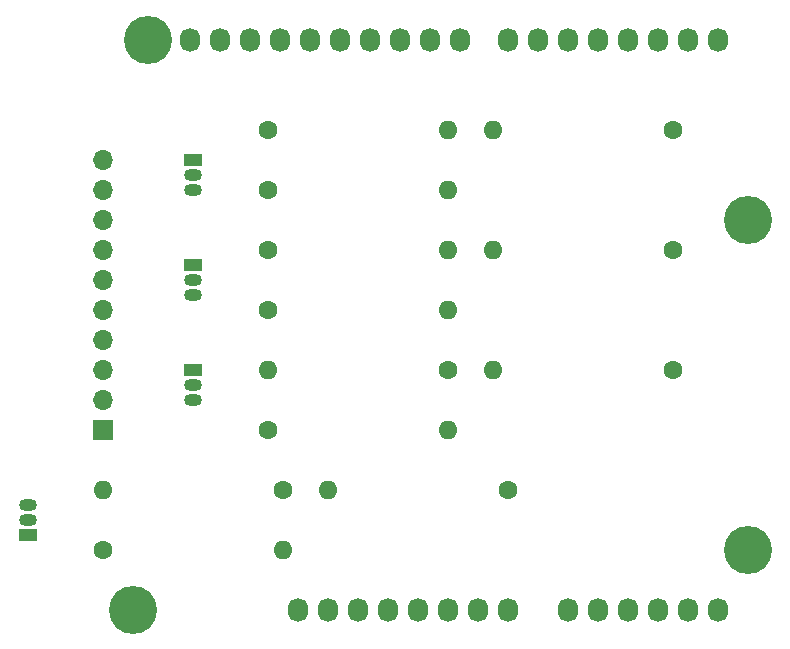
<source format=gbr>
G04 #@! TF.GenerationSoftware,KiCad,Pcbnew,(5.1.2)-1*
G04 #@! TF.CreationDate,2019-05-26T20:18:29+06:00*
G04 #@! TF.ProjectId,HeadcrabShield,48656164-6372-4616-9253-6869656c642e,rev?*
G04 #@! TF.SameCoordinates,Original*
G04 #@! TF.FileFunction,Soldermask,Top*
G04 #@! TF.FilePolarity,Negative*
%FSLAX46Y46*%
G04 Gerber Fmt 4.6, Leading zero omitted, Abs format (unit mm)*
G04 Created by KiCad (PCBNEW (5.1.2)-1) date 2019-05-26 20:18:29*
%MOMM*%
%LPD*%
G04 APERTURE LIST*
%ADD10O,1.700000X1.700000*%
%ADD11R,1.700000X1.700000*%
%ADD12O,1.600000X1.600000*%
%ADD13C,1.600000*%
%ADD14R,1.500000X1.050000*%
%ADD15O,1.500000X1.050000*%
%ADD16O,1.727200X2.032000*%
%ADD17C,4.064000*%
G04 APERTURE END LIST*
D10*
X122428000Y-85725000D03*
X122428000Y-88265000D03*
X122428000Y-90805000D03*
X122428000Y-93345000D03*
X122428000Y-95885000D03*
X122428000Y-98425000D03*
X122428000Y-100965000D03*
X122428000Y-103505000D03*
X122428000Y-106045000D03*
D11*
X122428000Y-108585000D03*
D12*
X155448000Y-83185000D03*
D13*
X170688000Y-83185000D03*
D12*
X155448000Y-93345000D03*
D13*
X170688000Y-93345000D03*
D12*
X151638000Y-83185000D03*
D13*
X136398000Y-83185000D03*
D12*
X151638000Y-93345000D03*
D13*
X136398000Y-93345000D03*
D12*
X151638000Y-88265000D03*
D13*
X136398000Y-88265000D03*
D12*
X151638000Y-98425000D03*
D13*
X136398000Y-98425000D03*
D12*
X155448000Y-103505000D03*
D13*
X170688000Y-103505000D03*
D12*
X151638000Y-108585000D03*
D13*
X136398000Y-108585000D03*
D12*
X136398000Y-103505000D03*
D13*
X151638000Y-103505000D03*
D12*
X141478000Y-113665000D03*
D13*
X156718000Y-113665000D03*
D12*
X122428000Y-113665000D03*
D13*
X137668000Y-113665000D03*
D12*
X137668000Y-118745000D03*
D13*
X122428000Y-118745000D03*
D14*
X130048000Y-85725000D03*
D15*
X130048000Y-88265000D03*
X130048000Y-86995000D03*
D14*
X130048000Y-94615000D03*
D15*
X130048000Y-97155000D03*
X130048000Y-95885000D03*
D14*
X130048000Y-103505000D03*
D15*
X130048000Y-106045000D03*
X130048000Y-104775000D03*
D14*
X116078000Y-117475000D03*
D15*
X116078000Y-114935000D03*
X116078000Y-116205000D03*
D16*
X138938000Y-123825000D03*
X141478000Y-123825000D03*
X144018000Y-123825000D03*
X146558000Y-123825000D03*
X149098000Y-123825000D03*
X151638000Y-123825000D03*
X154178000Y-123825000D03*
X156718000Y-123825000D03*
X161798000Y-123825000D03*
X164338000Y-123825000D03*
X166878000Y-123825000D03*
X169418000Y-123825000D03*
X171958000Y-123825000D03*
X174498000Y-123825000D03*
X129794000Y-75565000D03*
X132334000Y-75565000D03*
X134874000Y-75565000D03*
X137414000Y-75565000D03*
X139954000Y-75565000D03*
X142494000Y-75565000D03*
X145034000Y-75565000D03*
X147574000Y-75565000D03*
X150114000Y-75565000D03*
X152654000Y-75565000D03*
X156718000Y-75565000D03*
X159258000Y-75565000D03*
X161798000Y-75565000D03*
X164338000Y-75565000D03*
X166878000Y-75565000D03*
X169418000Y-75565000D03*
X171958000Y-75565000D03*
X174498000Y-75565000D03*
D17*
X124968000Y-123825000D03*
X177038000Y-118745000D03*
X126238000Y-75565000D03*
X177038000Y-90805000D03*
M02*

</source>
